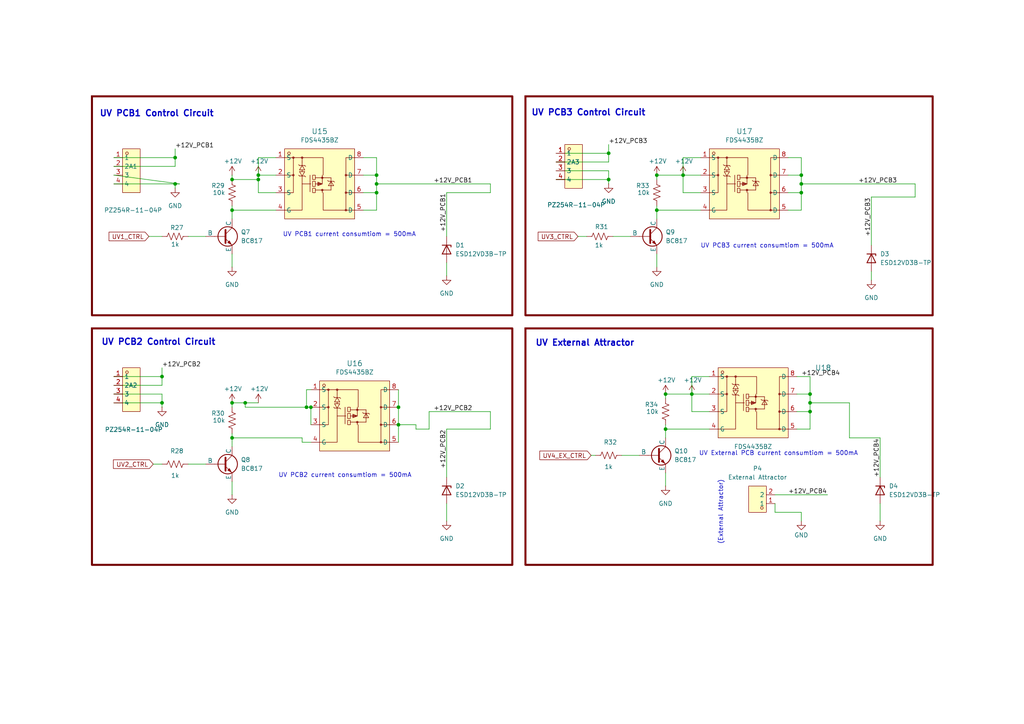
<source format=kicad_sch>
(kicad_sch (version 20250114) (generator "eeschema") (generator_version "9.0")
  (paper "A4")
  (lib_symbols
    (symbol "MB_Library:+12V" (power) (pin_numbers (hide yes)) (pin_names (offset 0) (hide yes))
      (property "Value" "+12V" (at 0 3.556 0))
      (symbol "+12V_0_1"
        (polyline (pts (xy -0.762 1.27) (xy 0 2.54)))
        (polyline (pts (xy 0 2.54) (xy 0.762 1.27)))
        (polyline (pts (xy 0 0) (xy 0 2.54)))
      )
      (symbol "+12V_1_1"
        (pin power_in line (at 0 0 90) (length 0) (name "~") (number "1"))
      )
    )
    (symbol "MB_Library:BC817_NPN_BJT" (pin_numbers (hide yes)) (pin_names (offset 0))
      (property "Reference" "Q" (at -2.54 7.62 0))
      (property "Value" "BC817_NPN_BJT" (at -2.54 5.08 0))
      (symbol "BC817_NPN_BJT_0_1"
        (polyline (pts (xy -2.54 0) (xy 0.635 0)) (stroke (width 0.1524)))
        (polyline (pts (xy 0.635 1.905) (xy 0.635 -1.905) (xy 0.635 -1.905)) (stroke (width 0.508)))
        (polyline (pts (xy 0.635 0.635) (xy 2.54 2.54)))
        (polyline (pts (xy 0.635 -0.635) (xy 2.54 -2.54) (xy 2.54 -2.54)))
        (circle (center 1.27 0) (radius 2.8194) (stroke (width 0.254)))
        (polyline (pts (xy 1.27 -1.778) (xy 1.778 -1.27) (xy 2.286 -2.286) (xy 1.27 -1.778) (xy 1.27 -1.778)) (fill (type outline)))
        (polyline (pts (xy 2.794 -1.27) (xy 2.794 -1.27)) (stroke (width 0.1524)))
        (polyline (pts (xy 2.794 -1.27) (xy 2.794 -1.27)) (stroke (width 0.1524)))
      )
      (symbol "BC817_NPN_BJT_1_1"
        (pin input line (at -5.08 0 0) (length 2.54) (name "B") (number "1"))
        (pin open_collector line (at 2.54 5.08 270) (length 2.54) (name "C") (number "3"))
        (pin open_emitter line (at 2.54 -5.08 90) (length 2.54) (name "E") (number "2"))
      )
    )
    (symbol "MB_Library:DB142R-5.08-2P"
      (property "Reference" "CN" (at 0 6.35 0))
      (property "Value" "DB142R-5.08-2P" (at 0 -6.35 0))
      (symbol "DB142R-5.08-2P_0_1"
        (rectangle (start -2.54 3.81) (end 2.54 -3.81) (fill (type background)))
        (circle (center -1.27 2.54) (radius 0.38))
        (pin unspecified line (at -5.08 1.27 0) (length 2.54) (name "1") (number "1"))
        (pin unspecified line (at -5.08 -1.27 0) (length 2.54) (name "2") (number "2"))
      )
    )
    (symbol "MB_Library:ESD5Zxx" (pin_numbers (hide yes)) (pin_names (hide yes))
      (property "Reference" "D" (at 0 2.54 0))
      (property "Value" "ESD5Zxx" (at 0 -2.54 0))
      (symbol "ESD5Zxx_0_1"
        (polyline (pts (xy -1.27 -1.27) (xy -1.27 1.27) (xy -0.762 1.27)) (stroke (width 0.254)))
        (polyline (pts (xy 1.27 0) (xy -1.27 0)))
        (polyline (pts (xy 1.27 -1.27) (xy 1.27 1.27) (xy -1.27 0) (xy 1.27 -1.27)) (stroke (width 0.254)))
      )
      (symbol "ESD5Zxx_1_1"
        (pin passive line (at -3.81 0 0) (length 2.54) (name "K") (number "1"))
        (pin passive line (at 3.81 0 180) (length 2.54) (name "A") (number "2"))
      )
    )
    (symbol "MB_Library:FDS4435BZ"
      (property "Reference" "Q" (at 0 12.7 0))
      (property "Value" "FDS4435BZ" (at 0 -12.7 0))
      (symbol "FDS4435BZ_0_1"
        (rectangle (start -10.16 10.16) (end 10.16 -10.16) (fill (type background)))
        (polyline (pts (xy -10.16 7.62) (xy -7.62 7.62) (xy -7.62 -2.54) (xy -10.16 -2.54)))
        (polyline (pts (xy -10.16 2.54) (xy -7.62 2.54)))
        (circle (center -8.89 8.89) (radius 0.38))
        (circle (center -7.62 7.62) (radius 0.25))
        (polyline (pts (xy -7.62 7.62) (xy 1.02 7.62) (xy 1.02 2.54)))
        (circle (center -7.62 2.54) (radius 0.25))
        (polyline (pts (xy -5.84 5.33) (xy -6.1 5.59)))
        (polyline (pts (xy -5.84 4.06) (xy -5.08 5.33)))
        (polyline (pts (xy -5.84 3.56) (xy -4.32 3.56)))
        (polyline (pts (xy -5.84 2.29) (xy -6.1 2.54)))
        (polyline (pts (xy -5.84 2.29) (xy -5.08 2.29)))
        (circle (center -5.08 7.62) (radius 0.25))
        (polyline (pts (xy -5.08 6.35) (xy -5.08 7.62)))
        (polyline (pts (xy -5.08 6.35) (xy -5.08 5.33)))
        (polyline (pts (xy -5.08 5.33) (xy -5.84 5.33)))
        (polyline (pts (xy -5.08 5.33) (xy -4.32 4.06)))
        (polyline (pts (xy -5.08 4.06) (xy -5.08 3.56)))
        (polyline (pts (xy -5.08 2.29) (xy -5.84 3.56)))
        (polyline (pts (xy -5.08 2.29) (xy -5.08 0)))
        (polyline (pts (xy -5.08 2.29) (xy -4.32 2.29)))
        (polyline (pts (xy -5.08 0) (xy -5.08 -7.62) (xy -10.16 -7.62)))
        (polyline (pts (xy -4.32 5.33) (xy -5.08 5.33)))
        (polyline (pts (xy -4.32 5.33) (xy -4.06 5.08)))
        (polyline (pts (xy -4.32 4.06) (xy -5.84 4.06)))
        (polyline (pts (xy -4.32 3.56) (xy -5.08 2.29)))
        (polyline (pts (xy -4.32 2.29) (xy -4.06 2.03)))
        (polyline (pts (xy -2.79 -2.29) (xy -2.79 2.54)))
        (polyline (pts (xy -2.54 0) (xy -5.08 0)))
        (rectangle (start -2.03 2.54) (end -1.27 1.27) (fill (type background)))
        (rectangle (start -2.03 0.76) (end -1.27 -0.76) (fill (type background)))
        (rectangle (start -2.03 -1.27) (end -1.27 -2.54) (fill (type background)))
        (polyline (pts (xy -1.27 1.78) (xy 0.76 1.78)))
        (polyline (pts (xy -0.51 0.51) (xy 0.76 0)))
        (polyline (pts (xy -0.51 0.25) (xy 0.51 0)))
        (polyline (pts (xy -0.51 0) (xy -1.27 0)))
        (polyline (pts (xy -0.51 0) (xy 0 0)))
        (polyline (pts (xy -0.51 -0.25) (xy -0.51 0)))
        (polyline (pts (xy -0.51 -0.51) (xy -0.51 0.51)))
        (polyline (pts (xy 0.51 0) (xy -0.51 -0.25)))
        (polyline (pts (xy 0.76 1.78) (xy 0.76 2.54)))
        (circle (center 0.76 1.78) (radius 0.25))
        (polyline (pts (xy 0.76 0) (xy -0.51 -0.51)))
        (polyline (pts (xy 0.76 0) (xy 0.76 1.78)))
        (polyline (pts (xy 0.76 -1.78) (xy -1.27 -1.78)))
        (polyline (pts (xy 0.76 -1.78) (xy 3.3 -1.78)))
        (circle (center 0.76 -1.78) (radius 0.25))
        (polyline (pts (xy 0.76 -2.54) (xy 0.76 -1.78)))
        (polyline (pts (xy 1.02 -2.54) (xy 1.02 -7.62) (xy 7.62 -7.62) (xy 7.62 7.62) (xy 10.16 7.62)))
        (polyline (pts (xy 2.54 0.76) (xy 2.29 1.02)))
        (polyline (pts (xy 2.54 -0.51) (xy 3.3 0.76)))
        (polyline (pts (xy 3.3 1.78) (xy 0.76 1.78)))
        (polyline (pts (xy 3.3 1.78) (xy 3.3 0.76)))
        (polyline (pts (xy 3.3 0.76) (xy 2.54 0.76)))
        (polyline (pts (xy 3.3 0.76) (xy 3.3 -1.78)))
        (polyline (pts (xy 3.3 0.76) (xy 4.06 -0.51)))
        (polyline (pts (xy 4.06 0.76) (xy 3.3 0.76)))
        (polyline (pts (xy 4.06 0.76) (xy 4.32 0.51)))
        (polyline (pts (xy 4.06 -0.51) (xy 2.54 -0.51)))
        (circle (center 7.62 2.54) (radius 0.25))
        (circle (center 7.62 -2.54) (radius 0.25))
        (circle (center 7.62 -7.62) (radius 0.25))
        (polyline (pts (xy 10.16 2.54) (xy 7.62 2.54)))
        (polyline (pts (xy 10.16 -2.54) (xy 7.62 -2.54)))
        (polyline (pts (xy 10.16 -7.62) (xy 7.62 -7.62)))
        (pin unspecified line (at -12.7 7.62 0) (length 2.54) (name "S") (number "1"))
        (pin unspecified line (at -12.7 2.54 0) (length 2.54) (name "S") (number "2"))
        (pin unspecified line (at -12.7 -2.54 0) (length 2.54) (name "S") (number "3"))
        (pin unspecified line (at -12.7 -7.62 0) (length 2.54) (name "G") (number "4"))
        (pin unspecified line (at 12.7 7.62 180) (length 2.54) (name "D") (number "8"))
        (pin unspecified line (at 12.7 2.54 180) (length 2.54) (name "D") (number "7"))
        (pin unspecified line (at 12.7 -2.54 180) (length 2.54) (name "D") (number "6"))
        (pin unspecified line (at 12.7 -7.62 180) (length 2.54) (name "D") (number "5"))
      )
    )
    (symbol "MB_Library:GND" (power) (pin_numbers (hide yes)) (pin_names (offset 0) (hide yes))
      (property "Value" "GND" (at 0 -3.81 0))
      (symbol "GND_0_1"
        (polyline (pts (xy 0 0) (xy 0 -1.27) (xy 1.27 -1.27) (xy 0 -2.54) (xy -1.27 -1.27) (xy 0 -1.27)))
      )
      (symbol "GND_1_1"
        (pin power_in line (at 0 0 270) (length 0) (name "~") (number "1"))
      )
    )
    (symbol "MB_Library:PZ254R-11-04P"
      (property "Reference" "H" (at 0 8.89 0))
      (property "Value" "PZ254R-11-04P" (at 0 -8.89 0))
      (symbol "PZ254R-11-04P_0_1"
        (rectangle (start -2.54 6.35) (end 2.54 -6.35) (fill (type background)))
        (circle (center -1.27 5.08) (radius 0.38))
        (pin unspecified line (at -5.08 3.81 0) (length 2.54) (name "1") (number "1"))
        (pin unspecified line (at -5.08 1.27 0) (length 2.54) (name "2") (number "2"))
        (pin unspecified line (at -5.08 -1.27 0) (length 2.54) (name "3") (number "3"))
        (pin unspecified line (at -5.08 -3.81 0) (length 2.54) (name "4") (number "4"))
      )
    )
    (symbol "MB_Library:R_US" (pin_numbers (hide yes)) (pin_names (offset 0))
      (property "Reference" "R" (at 2.54 0 90))
      (property "Value" "R_US" (at -2.54 0 90))
      (symbol "R_US_0_1"
        (polyline (pts (xy 0 2.286) (xy 0 2.54)))
        (polyline (pts (xy 0 2.286) (xy 1.016 1.905) (xy 0 1.524) (xy -1.016 1.143) (xy 0 0.762)))
        (polyline (pts (xy 0 0.762) (xy 1.016 0.381) (xy 0 0) (xy -1.016 -0.381) (xy 0 -0.762)))
        (polyline (pts (xy 0 -0.762) (xy 1.016 -1.143) (xy 0 -1.524) (xy -1.016 -1.905) (xy 0 -2.286)))
        (polyline (pts (xy 0 -2.286) (xy 0 -2.54)))
      )
      (symbol "R_US_1_1"
        (pin passive line (at 0 3.81 270) (length 1.27) (name "~") (number "1"))
        (pin passive line (at 0 -3.81 90) (length 1.27) (name "~") (number "2"))
      )
    )
  )
  (rectangle (start 26.67 27.94) (end 148.59 91.44) (stroke (width 0.5842) (color 110 0 0 1)))
  (rectangle (start 152.4 27.94) (end 270.51 91.44) (stroke (width 0.5842) (color 110 0 0 1)))
  (rectangle (start 152.4 95.25) (end 270.51 163.83) (stroke (width 0.5842) (color 110 0 0 1)))
  (rectangle (start 26.67 95.25) (end 148.59 163.83) (stroke (width 0.5842) (color 110 0 0 1)))
  (text "UV External Attractor" (at 169.672 99.568 0) (effects (font (size 1.778 1.778) (thickness 0.3556) (bold yes))))
  (text "(External Attractor)" (at 209.042 148.59 90) (effects (font (size 1.27 1.27))))
  (text "UV PCB1 Control Circuit" (at 45.466 33.02 0) (effects (font (size 1.778 1.778) (thickness 0.3556) (bold yes))))
  (text "UV PCB3 Control Circuit" (at 170.688 32.766 0) (effects (font (size 1.778 1.778) (thickness 0.3556) (bold yes))))
  (text "UV PCB1 current consumtiom = 500mA" (at 101.346 68.072 0) (effects (font (size 1.27 1.27))))
  (text "UV PCB2 current consumtiom = 500mA" (at 100.076 137.922 0) (effects (font (size 1.27 1.27))))
  (text "UV PCB3 current consumtiom = 500mA" (at 222.504 71.374 0) (effects (font (size 1.27 1.27))))
  (text "UV PCB2 Control Circuit" (at 45.974 99.314 0) (effects (font (size 1.778 1.778) (thickness 0.3556) (bold yes))))
  (text "UV External PCB current consumtiom = 500mA" (at 225.806 131.572 0) (effects (font (size 1.27 1.27))))
  (junction (at 232.41 50.8))
  (junction (at 234.95 114.3))
  (junction (at 90.17 118.11))
  (junction (at 109.22 55.88))
  (junction (at 46.99 109.22))
  (junction (at 115.57 118.11))
  (junction (at 67.31 116.84))
  (junction (at 198.12 50.8))
  (junction (at 176.53 52.07))
  (junction (at 190.5 60.96))
  (junction (at 232.41 53.34))
  (junction (at 190.5 50.8))
  (junction (at 109.22 50.8))
  (junction (at 67.31 52.07))
  (junction (at 74.93 50.8))
  (junction (at 176.53 44.45))
  (junction (at 200.66 114.3))
  (junction (at 193.04 124.46))
  (junction (at 109.22 53.34))
  (junction (at 234.95 119.38))
  (junction (at 67.31 60.96))
  (junction (at 71.12 116.84))
  (junction (at 234.95 116.84))
  (junction (at 232.41 55.88))
  (junction (at 74.93 52.07))
  (junction (at 50.8 53.34))
  (junction (at 67.31 127))
  (junction (at 193.04 114.3))
  (junction (at 88.9 118.11))
  (junction (at 46.99 116.84))
  (junction (at 50.8 45.72))
  (junction (at 115.57 123.19))
  (wire (pts (xy 190.5 60.96) (xy 190.5 59.69)))
  (wire (pts (xy 200.66 109.22) (xy 200.66 114.3)))
  (wire (pts (xy 67.31 60.96) (xy 67.31 63.5)))
  (wire (pts (xy 252.73 57.15) (xy 265.43 57.15)))
  (wire (pts (xy 90.17 128.27) (xy 87.63 128.27)))
  (wire (pts (xy 46.99 116.84) (xy 46.99 114.3)))
  (wire (pts (xy 228.6 50.8) (xy 232.41 50.8)))
  (wire (pts (xy 193.04 137.16) (xy 193.04 140.97)))
  (wire (pts (xy 88.9 113.03) (xy 90.17 113.03)))
  (wire (pts (xy 115.57 123.19) (xy 120.65 123.19)))
  (wire (pts (xy 67.31 60.96) (xy 67.31 59.69)))
  (wire (pts (xy 203.2 45.72) (xy 198.12 45.72)))
  (wire (pts (xy 205.74 124.46) (xy 193.04 124.46)))
  (wire (pts (xy 190.5 50.8) (xy 190.5 52.07)))
  (wire (pts (xy 43.18 68.58) (xy 46.99 68.58)))
  (wire (pts (xy 46.99 106.68) (xy 46.99 109.22)))
  (wire (pts (xy 67.31 116.84) (xy 67.31 118.11)))
  (wire (pts (xy 46.99 118.11) (xy 46.99 116.84)))
  (wire (pts (xy 88.9 118.11) (xy 90.17 118.11)))
  (wire (pts (xy 232.41 148.59) (xy 224.79 148.59)))
  (wire (pts (xy 109.22 55.88) (xy 109.22 60.96)))
  (wire (pts (xy 224.79 143.51) (xy 240.03 143.51)))
  (wire (pts (xy 109.22 55.88) (xy 109.22 53.34)))
  (wire (pts (xy 232.41 45.72) (xy 232.41 50.8)))
  (wire (pts (xy 228.6 60.96) (xy 232.41 60.96)))
  (wire (pts (xy 231.14 109.22) (xy 234.95 109.22)))
  (wire (pts (xy 74.93 116.84) (xy 71.12 116.84)))
  (wire (pts (xy 193.04 124.46) (xy 193.04 127)))
  (wire (pts (xy 232.41 55.88) (xy 232.41 60.96)))
  (wire (pts (xy 205.74 109.22) (xy 200.66 109.22)))
  (wire (pts (xy 198.12 45.72) (xy 198.12 50.8)))
  (wire (pts (xy 265.43 57.15) (xy 265.43 53.34)))
  (wire (pts (xy 228.6 55.88) (xy 232.41 55.88)))
  (wire (pts (xy 87.63 128.27) (xy 87.63 127)))
  (wire (pts (xy 203.2 60.96) (xy 190.5 60.96)))
  (wire (pts (xy 88.9 113.03) (xy 88.9 118.11)))
  (wire (pts (xy 33.02 109.22) (xy 46.99 109.22)))
  (wire (pts (xy 33.02 116.84) (xy 46.99 116.84)))
  (wire (pts (xy 176.53 52.07) (xy 176.53 49.53)))
  (wire (pts (xy 234.95 114.3) (xy 234.95 116.84)))
  (wire (pts (xy 176.53 41.91) (xy 176.53 44.45)))
  (wire (pts (xy 232.41 50.8) (xy 232.41 53.34)))
  (wire (pts (xy 180.34 132.08) (xy 185.42 132.08)))
  (wire (pts (xy 255.27 127) (xy 255.27 138.43)))
  (wire (pts (xy 129.54 68.58) (xy 129.54 55.88)))
  (wire (pts (xy 50.8 54.61) (xy 50.8 53.34)))
  (wire (pts (xy 232.41 151.13) (xy 232.41 148.59)))
  (wire (pts (xy 115.57 118.11) (xy 115.57 123.19)))
  (wire (pts (xy 252.73 57.15) (xy 252.73 71.12)))
  (wire (pts (xy 115.57 113.03) (xy 115.57 118.11)))
  (wire (pts (xy 46.99 111.76) (xy 46.99 109.22)))
  (wire (pts (xy 33.02 53.34) (xy 50.8 53.34)))
  (wire (pts (xy 67.31 139.7) (xy 67.31 143.51)))
  (wire (pts (xy 115.57 123.19) (xy 115.57 128.27)))
  (wire (pts (xy 203.2 50.8) (xy 198.12 50.8)))
  (wire (pts (xy 105.41 55.88) (xy 109.22 55.88)))
  (wire (pts (xy 80.01 60.96) (xy 67.31 60.96)))
  (wire (pts (xy 193.04 114.3) (xy 200.66 114.3)))
  (wire (pts (xy 161.29 44.45) (xy 176.53 44.45)))
  (wire (pts (xy 80.01 45.72) (xy 74.93 45.72)))
  (wire (pts (xy 129.54 55.88) (xy 142.24 55.88)))
  (wire (pts (xy 234.95 119.38) (xy 234.95 124.46)))
  (wire (pts (xy 33.02 45.72) (xy 50.8 45.72)))
  (wire (pts (xy 109.22 45.72) (xy 109.22 50.8)))
  (wire (pts (xy 142.24 124.46) (xy 129.54 124.46)))
  (wire (pts (xy 44.45 134.62) (xy 46.99 134.62)))
  (wire (pts (xy 203.2 55.88) (xy 198.12 55.88)))
  (wire (pts (xy 200.66 114.3) (xy 200.66 119.38)))
  (wire (pts (xy 224.79 146.05) (xy 224.79 148.59)))
  (wire (pts (xy 232.41 53.34) (xy 265.43 53.34)))
  (wire (pts (xy 177.8 68.58) (xy 182.88 68.58)))
  (wire (pts (xy 67.31 52.07) (xy 74.93 52.07)))
  (wire (pts (xy 50.8 43.18) (xy 50.8 45.72)))
  (wire (pts (xy 142.24 119.38) (xy 142.24 124.46)))
  (wire (pts (xy 231.14 114.3) (xy 234.95 114.3)))
  (wire (pts (xy 252.73 78.74) (xy 252.73 81.28)))
  (wire (pts (xy 52.07 53.34) (xy 33.02 50.8)))
  (wire (pts (xy 105.41 50.8) (xy 109.22 50.8)))
  (wire (pts (xy 190.5 73.66) (xy 190.5 77.47)))
  (wire (pts (xy 124.46 119.38) (xy 142.24 119.38)))
  (wire (pts (xy 120.65 124.46) (xy 124.46 124.46)))
  (wire (pts (xy 124.46 119.38) (xy 124.46 124.46)))
  (wire (pts (xy 176.53 53.34) (xy 176.53 52.07)))
  (wire (pts (xy 246.38 127) (xy 255.27 127)))
  (wire (pts (xy 54.61 68.58) (xy 59.69 68.58)))
  (wire (pts (xy 234.95 109.22) (xy 234.95 114.3)))
  (wire (pts (xy 46.99 114.3) (xy 33.02 114.3)))
  (wire (pts (xy 190.5 50.8) (xy 198.12 50.8)))
  (wire (pts (xy 67.31 50.8) (xy 67.31 52.07)))
  (wire (pts (xy 161.29 52.07) (xy 176.53 52.07)))
  (wire (pts (xy 67.31 127) (xy 67.31 129.54)))
  (wire (pts (xy 74.93 45.72) (xy 74.93 50.8)))
  (wire (pts (xy 52.07 53.34) (xy 50.8 53.34)))
  (wire (pts (xy 74.93 50.8) (xy 74.93 52.07)))
  (wire (pts (xy 234.95 119.38) (xy 234.95 116.84)))
  (wire (pts (xy 142.24 55.88) (xy 142.24 53.34)))
  (wire (pts (xy 231.14 119.38) (xy 234.95 119.38)))
  (wire (pts (xy 67.31 127) (xy 67.31 125.73)))
  (wire (pts (xy 129.54 76.2) (xy 129.54 80.01)))
  (wire (pts (xy 228.6 45.72) (xy 232.41 45.72)))
  (wire (pts (xy 205.74 119.38) (xy 200.66 119.38)))
  (wire (pts (xy 80.01 50.8) (xy 74.93 50.8)))
  (wire (pts (xy 129.54 124.46) (xy 129.54 138.43)))
  (wire (pts (xy 198.12 50.8) (xy 198.12 55.88)))
  (wire (pts (xy 255.27 146.05) (xy 255.27 151.13)))
  (wire (pts (xy 50.8 48.26) (xy 50.8 45.72)))
  (wire (pts (xy 176.53 46.99) (xy 176.53 44.45)))
  (wire (pts (xy 231.14 124.46) (xy 234.95 124.46)))
  (wire (pts (xy 80.01 55.88) (xy 74.93 55.88)))
  (wire (pts (xy 193.04 114.3) (xy 193.04 115.57)))
  (wire (pts (xy 193.04 124.46) (xy 193.04 123.19)))
  (wire (pts (xy 54.61 134.62) (xy 59.69 134.62)))
  (wire (pts (xy 90.17 123.19) (xy 90.17 118.11)))
  (wire (pts (xy 205.74 114.3) (xy 200.66 114.3)))
  (wire (pts (xy 176.53 49.53) (xy 161.29 49.53)))
  (wire (pts (xy 167.64 68.58) (xy 170.18 68.58)))
  (wire (pts (xy 71.12 118.11) (xy 71.12 116.84)))
  (wire (pts (xy 67.31 73.66) (xy 67.31 77.47)))
  (wire (pts (xy 71.12 116.84) (xy 67.31 116.84)))
  (wire (pts (xy 190.5 60.96) (xy 190.5 63.5)))
  (wire (pts (xy 33.02 111.76) (xy 46.99 111.76)))
  (wire (pts (xy 33.02 48.26) (xy 50.8 48.26)))
  (wire (pts (xy 105.41 45.72) (xy 109.22 45.72)))
  (wire (pts (xy 232.41 55.88) (xy 232.41 53.34)))
  (wire (pts (xy 74.93 52.07) (xy 74.93 55.88)))
  (wire (pts (xy 71.12 118.11) (xy 88.9 118.11)))
  (wire (pts (xy 109.22 50.8) (xy 109.22 53.34)))
  (wire (pts (xy 129.54 146.05) (xy 129.54 151.13)))
  (wire (pts (xy 67.31 127) (xy 87.63 127)))
  (wire (pts (xy 105.41 60.96) (xy 109.22 60.96)))
  (wire (pts (xy 171.45 132.08) (xy 172.72 132.08)))
  (wire (pts (xy 246.38 116.84) (xy 246.38 127)))
  (wire (pts (xy 109.22 53.34) (xy 142.24 53.34)))
  (wire (pts (xy 161.29 46.99) (xy 176.53 46.99)))
  (wire (pts (xy 234.95 116.84) (xy 246.38 116.84)))
  (wire (pts (xy 120.65 123.19) (xy 120.65 124.46)))
  (label "+12V_PCB2" (at 129.54 135.89 90))
  (label "+12V_PCB4" (at 228.6 143.51 0))
  (label "+12V_PCB4" (at 232.41 109.22 0))
  (label "+12V_PCB1" (at 50.8 43.18 0))
  (label "+12V_PCB3" (at 248.92 53.34 0))
  (label "+12V_PCB3" (at 176.53 41.91 0))
  (label "+12V_PCB4" (at 255.27 138.43 90))
  (label "+12V_PCB1" (at 129.54 67.31 90))
  (label "+12V_PCB2" (at 46.99 106.68 0))
  (label "+12V_PCB2" (at 125.73 119.38 0))
  (label "+12V_PCB3" (at 252.73 68.58 90))
  (label "+12V_PCB1" (at 125.73 53.34 0))
  (global_label "UV1_CTRL" (shape input) (at 43.18 68.58 180) (property "Intersheetrefs" "${INTERSHEET_REFS}" (effects (hide yes))))
  (global_label "UV4_EX_CTRL" (shape input) (at 171.45 132.08 180) (property "Intersheetrefs" "${INTERSHEET_REFS}" (effects (hide yes))))
  (global_label "UV2_CTRL" (shape input) (at 44.45 134.62 180) (property "Intersheetrefs" "${INTERSHEET_REFS}" (effects (hide yes))))
  (global_label "UV3_CTRL" (shape input) (at 167.64 68.58 180) (property "Intersheetrefs" "${INTERSHEET_REFS}" (effects (hide yes))))
  (symbol (lib_id "MB_Library:FDS4435BZ") (at 215.9 53.34 0) (unit 1)
    (property "Reference" "U17" (at 215.9 38.1 0) (effects (font (size 1.524 1.524))))
    (property "Value" "FDS4435BZ" (at 215.9 40.64 0))
    (property "Footprint" "easyeda2kicad:SOIC-8_L5.0-W4.0-P1.27-LS6.0-BL" (effects (hide yes)))
    (property "Datasheet" "https://lcsc.com/product-detail/MOSFET_FAIRCHILD_FDS4435BZ_FDS4435BZ_C23931.html" (effects (hide yes)))
    (property "LCSC Part" "C23931" (effects (hide yes)))
  )
  (symbol (lib_id "MB_Library:GND") (at 129.54 80.01 0) (unit 1)
    (property "Reference" "#PWR048" (effects (hide yes)))
    (property "Value" "GND" (at 129.54 85.09 0))
    (property "Description" "Power symbol creates a global label with name \"GND\" , ground" (effects (hide yes)))
  )
  (symbol (lib_id "MB_Library:BC817_NPN_BJT") (at 64.77 68.58 0) (unit 1)
    (property "Reference" "Q7" (at 69.85 67.3099 0) (effects (justify left)))
    (property "Value" "BC817" (at 69.85 69.8499 0) (effects (justify left)))
    (property "Footprint" "Package_TO_SOT_SMD:SOT-23" (effects (hide yes)))
    (property "Datasheet" "https://ngspice.sourceforge.io/docs/ngspice-html-manual/manual.xhtml#cha_BJTs" (effects (hide yes)))
    (property "Description" "Bipolar transistor symbol for simulation only, substrate tied to the emitter" (effects (hide yes)))
    (property "Sim.Device" "NPN" (effects (hide yes)))
    (property "Sim.Type" "GUMMELPOON" (effects (hide yes)))
    (property "Sim.Pins" "1=C 2=B 3=E" (effects (hide yes)))
    (property "LCSC Part no " "C39828" (effects (hide yes)))
  )
  (symbol (lib_id "MB_Library:R_US") (at 190.5 55.88 180) (unit 1)
    (property "Reference" "R33" (at 186.436 53.848 0))
    (property "Value" "10k" (at 186.69 55.88 0))
    (property "Footprint" "Resistor_SMD:R_0805_2012Metric" (effects (hide yes)))
    (property "Description" "125mW Thick Film Resistors 150V ±100ppm/℃ ±1% 10kΩ 0805 Chip Resistor - Surface Mount ROHS" (effects (hide yes)))
    (property "LCSC Part no " "C84376" (effects (hide yes)))
  )
  (symbol (lib_id "MB_Library:+12V") (at 200.66 114.3 0) (unit 1)
    (property "Reference" "#PWR056" (effects (hide yes)))
    (property "Value" "+12V" (at 200.914 110.236 0))
    (property "Description" "Power symbol creates a global label with name \"+12V\"" (effects (hide yes)))
  )
  (symbol (lib_id "MB_Library:DB142R-5.08-2P") (at 219.71 144.78 180) (unit 1)
    (property "Reference" "P4" (at 219.71 135.89 0))
    (property "Value" "External Attractor" (at 219.71 138.43 0))
    (property "Footprint" "easyeda2kicad:CONN-TH_2P-P5.08_DIBO_DB142R-5.08-2P" (effects (hide yes)))
    (property "Datasheet" "https://lcsc.com/product-detail/Wire-To-Board-Wire-To-Wire-Connector_DIBO-DB301V-3-5-2P-GN_C695629.html" (effects (hide yes)))
    (property "LCSC Part" "C2898709" (effects (hide yes)))
  )
  (symbol (lib_id "MB_Library:+12V") (at 67.31 116.84 0) (unit 1)
    (property "Reference" "#PWR044" (effects (hide yes)))
    (property "Value" "+12V" (at 67.564 112.776 0))
    (property "Description" "Power symbol creates a global label with name \"+12V\"" (effects (hide yes)))
  )
  (symbol (lib_id "MB_Library:GND") (at 190.5 77.47 0) (unit 1)
    (property "Reference" "#PWR052" (effects (hide yes)))
    (property "Value" "GND" (at 190.5 82.55 0))
    (property "Description" "Power symbol creates a global label with name \"GND\" , ground" (effects (hide yes)))
  )
  (symbol (lib_id "MB_Library:GND") (at 252.73 81.28 0) (unit 1)
    (property "Reference" "#PWR058" (effects (hide yes)))
    (property "Value" "GND" (at 252.73 86.36 0))
    (property "Description" "Power symbol creates a global label with name \"GND\" , ground" (effects (hide yes)))
  )
  (symbol (lib_id "MB_Library:BC817_NPN_BJT") (at 64.77 134.62 0) (unit 1)
    (property "Reference" "Q8" (at 69.85 133.3499 0) (effects (justify left)))
    (property "Value" "BC817" (at 69.85 135.8899 0) (effects (justify left)))
    (property "Footprint" "Package_TO_SOT_SMD:SOT-23" (effects (hide yes)))
    (property "Datasheet" "https://ngspice.sourceforge.io/docs/ngspice-html-manual/manual.xhtml#cha_BJTs" (effects (hide yes)))
    (property "Description" "Bipolar transistor symbol for simulation only, substrate tied to the emitter" (effects (hide yes)))
    (property "Sim.Device" "NPN" (effects (hide yes)))
    (property "Sim.Type" "GUMMELPOON" (effects (hide yes)))
    (property "Sim.Pins" "1=C 2=B 3=E" (effects (hide yes)))
    (property "LCSC Part no " "C39828" (effects (hide yes)))
  )
  (symbol (lib_id "MB_Library:GND") (at 67.31 77.47 0) (unit 1)
    (property "Reference" "#PWR043" (effects (hide yes)))
    (property "Value" "GND" (at 67.31 82.55 0))
    (property "Description" "Power symbol creates a global label with name \"GND\" , ground" (effects (hide yes)))
  )
  (symbol (lib_id "MB_Library:ESD5Zxx") (at 129.54 142.24 270) (unit 1)
    (property "Reference" "D2" (at 132.08 140.9699 90) (effects (justify left)))
    (property "Value" "ESD12VD3B-TP" (at 132.08 143.5099 90) (effects (justify left)))
    (property "Footprint" "Diode_SMD:D_SOD-323" (effects (hide yes)))
    (property "Datasheet" "https://www.lcsc.com/datasheet/lcsc_datasheet_2410121813_MCC-Micro-Commercial-Components-ESD12VD3B-TP_C435886.pdf" (effects (hide yes)))
    (property "Description" "15.5V 350W 13.5V 12V SOD-323 ESD and Surge Protection (TVS/ESD) ROHS" (effects (hide yes)))
    (property "LCSC Part no " "C435886" (effects (hide yes)))
  )
  (symbol (lib_id "MB_Library:+12V") (at 198.12 50.8 0) (unit 1)
    (property "Reference" "#PWR055" (effects (hide yes)))
    (property "Value" "+12V" (at 198.374 46.736 0))
    (property "Description" "Power symbol creates a global label with name \"+12V\"" (effects (hide yes)))
  )
  (symbol (lib_id "MB_Library:+12V") (at 74.93 50.8 0) (unit 1)
    (property "Reference" "#PWR046" (effects (hide yes)))
    (property "Value" "+12V" (at 75.184 46.736 0))
    (property "Description" "Power symbol creates a global label with name \"+12V\"" (effects (hide yes)))
  )
  (symbol (lib_id "MB_Library:R_US") (at 50.8 134.62 270) (unit 1)
    (property "Reference" "R28" (at 51.308 130.81 90))
    (property "Value" "1k" (at 50.8 137.922 90))
    (property "Footprint" "Resistor_SMD:R_0805_2012Metric" (effects (hide yes)))
    (property "Description" "125mW Thick Film Resistors 150V ±100ppm/℃ ±1% 1kΩ 0805 Chip Resistor - Surface Mount ROHS" (effects (hide yes)))
    (property "LCSC Part no " "C95781" (effects (hide yes)))
  )
  (symbol (lib_id "MB_Library:R_US") (at 50.8 68.58 270) (unit 1)
    (property "Reference" "R27" (at 51.308 66.04 90))
    (property "Value" "1k" (at 50.8 70.866 90))
    (property "Footprint" "Resistor_SMD:R_0805_2012Metric" (effects (hide yes)))
    (property "Description" "125mW Thick Film Resistors 150V ±100ppm/℃ ±1% 1kΩ 0805 Chip Resistor - Surface Mount ROHS" (effects (hide yes)))
    (property "LCSC Part no " "C95781" (effects (hide yes)))
  )
  (symbol (lib_id "MB_Library:+12V") (at 190.5 50.8 0) (unit 1)
    (property "Reference" "#PWR051" (effects (hide yes)))
    (property "Value" "+12V" (at 190.754 46.736 0))
    (property "Description" "Power symbol creates a global label with name \"+12V\"" (effects (hide yes)))
  )
  (symbol (lib_id "MB_Library:PZ254R-11-04P") (at 38.1 49.53 0) (unit 1)
    (property "Reference" "A1" (at 38.608 48.26 0))
    (property "Value" "PZ254R-11-04P" (at 38.608 60.96 0))
    (property "Footprint" "easyeda2kicad:HDR-TH_4P-P2.54-H-M-W10.4" (effects (hide yes)))
    (property "Datasheet" "https://lcsc.com/product-detail/Pin-Header-Female-Header_XFCN-PZ254R-11-04P_C492412.html" (effects (hide yes)))
    (property "LCSC Part" "C492412" (effects (hide yes)))
  )
  (symbol (lib_id "MB_Library:FDS4435BZ") (at 218.44 116.84 0) (unit 1)
    (property "Reference" "U18" (at 238.76 106.68 0) (effects (font (size 1.524 1.524))))
    (property "Value" "FDS4435BZ" (at 218.44 129.54 0))
    (property "Footprint" "easyeda2kicad:SOIC-8_L5.0-W4.0-P1.27-LS6.0-BL" (effects (hide yes)))
    (property "Datasheet" "https://lcsc.com/product-detail/MOSFET_FAIRCHILD_FDS4435BZ_FDS4435BZ_C23931.html" (effects (hide yes)))
    (property "LCSC Part" "C23931" (effects (hide yes)))
  )
  (symbol (lib_id "MB_Library:GND") (at 129.54 151.13 0) (unit 1)
    (property "Reference" "#PWR049" (effects (hide yes)))
    (property "Value" "GND" (at 129.54 156.21 0))
    (property "Description" "Power symbol creates a global label with name \"GND\" , ground" (effects (hide yes)))
  )
  (symbol (lib_id "MB_Library:GND") (at 46.99 118.11 0) (unit 1)
    (property "Reference" "#PWR040" (effects (hide yes)))
    (property "Value" "GND" (at 46.99 123.19 0))
    (property "Description" "Power symbol creates a global label with name \"GND\" , ground" (effects (hide yes)))
  )
  (symbol (lib_id "MB_Library:R_US") (at 176.53 132.08 270) (unit 1)
    (property "Reference" "R32" (at 177.038 128.27 90))
    (property "Value" "1k" (at 176.53 135.382 90))
    (property "Footprint" "Resistor_SMD:R_0805_2012Metric" (effects (hide yes)))
    (property "Description" "125mW Thick Film Resistors 150V ±100ppm/℃ ±1% 1kΩ 0805 Chip Resistor - Surface Mount ROHS" (effects (hide yes)))
    (property "LCSC Part no " "C95781" (effects (hide yes)))
  )
  (symbol (lib_id "MB_Library:GND") (at 50.8 54.61 0) (unit 1)
    (property "Reference" "#PWR041" (effects (hide yes)))
    (property "Value" "GND" (at 50.8 59.69 0))
    (property "Description" "Power symbol creates a global label with name \"GND\" , ground" (effects (hide yes)))
  )
  (symbol (lib_id "MB_Library:BC817_NPN_BJT") (at 187.96 68.58 0) (unit 1)
    (property "Reference" "Q9" (at 193.04 67.3099 0) (effects (justify left)))
    (property "Value" "BC817" (at 193.04 69.8499 0) (effects (justify left)))
    (property "Footprint" "Package_TO_SOT_SMD:SOT-23" (effects (hide yes)))
    (property "Datasheet" "https://ngspice.sourceforge.io/docs/ngspice-html-manual/manual.xhtml#cha_BJTs" (effects (hide yes)))
    (property "Description" "Bipolar transistor symbol for simulation only, substrate tied to the emitter" (effects (hide yes)))
    (property "Sim.Device" "NPN" (effects (hide yes)))
    (property "Sim.Type" "GUMMELPOON" (effects (hide yes)))
    (property "Sim.Pins" "1=C 2=B 3=E" (effects (hide yes)))
    (property "LCSC Part no " "C39828" (effects (hide yes)))
  )
  (symbol (lib_id "MB_Library:R_US") (at 67.31 121.92 180) (unit 1)
    (property "Reference" "R30" (at 63.246 119.888 0))
    (property "Value" "10k" (at 63.5 121.92 0))
    (property "Footprint" "Resistor_SMD:R_0805_2012Metric" (effects (hide yes)))
    (property "Description" "125mW Thick Film Resistors 150V ±100ppm/℃ ±1% 10kΩ 0805 Chip Resistor - Surface Mount ROHS" (effects (hide yes)))
    (property "LCSC Part no " "C84376" (effects (hide yes)))
  )
  (symbol (lib_id "MB_Library:ESD5Zxx") (at 252.73 74.93 270) (unit 1)
    (property "Reference" "D3" (at 255.27 73.6599 90) (effects (justify left)))
    (property "Value" "ESD12VD3B-TP" (at 255.27 76.1999 90) (effects (justify left)))
    (property "Footprint" "Diode_SMD:D_SOD-323" (effects (hide yes)))
    (property "Datasheet" "https://www.lcsc.com/datasheet/lcsc_datasheet_2410121813_MCC-Micro-Commercial-Components-ESD12VD3B-TP_C435886.pdf" (effects (hide yes)))
    (property "Description" "15.5V 350W 13.5V 12V SOD-323 ESD and Surge Protection (TVS/ESD) ROHS" (effects (hide yes)))
    (property "LCSC Part no " "C435886" (effects (hide yes)))
  )
  (symbol (lib_id "MB_Library:GND") (at 176.53 53.34 0) (unit 1)
    (property "Reference" "#PWR050" (effects (hide yes)))
    (property "Value" "GND" (at 176.53 58.42 0))
    (property "Description" "Power symbol creates a global label with name \"GND\" , ground" (effects (hide yes)))
  )
  (symbol (lib_id "MB_Library:ESD5Zxx") (at 129.54 72.39 270) (unit 1)
    (property "Reference" "D1" (at 132.08 71.1199 90) (effects (justify left)))
    (property "Value" "ESD12VD3B-TP" (at 132.08 73.6599 90) (effects (justify left)))
    (property "Footprint" "Diode_SMD:D_SOD-323" (effects (hide yes)))
    (property "Datasheet" "https://www.lcsc.com/datasheet/lcsc_datasheet_2410121813_MCC-Micro-Commercial-Components-ESD12VD3B-TP_C435886.pdf" (effects (hide yes)))
    (property "Description" "15.5V 350W 13.5V 12V SOD-323 ESD and Surge Protection (TVS/ESD) ROHS" (effects (hide yes)))
    (property "LCSC Part no " "C435886" (effects (hide yes)))
  )
  (symbol (lib_id "MB_Library:GND") (at 193.04 140.97 0) (unit 1)
    (property "Reference" "#PWR054" (effects (hide yes)))
    (property "Value" "GND" (at 193.04 146.05 0))
    (property "Description" "Power symbol creates a global label with name \"GND\" , ground" (effects (hide yes)))
  )
  (symbol (lib_id "MB_Library:+12V") (at 74.93 116.84 0) (unit 1)
    (property "Reference" "#PWR047" (effects (hide yes)))
    (property "Value" "+12V" (at 75.184 112.776 0))
    (property "Description" "Power symbol creates a global label with name \"+12V\"" (effects (hide yes)))
  )
  (symbol (lib_id "MB_Library:R_US") (at 193.04 119.38 180) (unit 1)
    (property "Reference" "R34" (at 188.976 117.348 0))
    (property "Value" "10k" (at 189.23 119.38 0))
    (property "Footprint" "Resistor_SMD:R_0805_2012Metric" (effects (hide yes)))
    (property "Description" "125mW Thick Film Resistors 150V ±100ppm/℃ ±1% 10kΩ 0805 Chip Resistor - Surface Mount ROHS" (effects (hide yes)))
    (property "LCSC Part no " "C84376" (effects (hide yes)))
  )
  (symbol (lib_id "MB_Library:+12V") (at 193.04 114.3 0) (unit 1)
    (property "Reference" "#PWR053" (effects (hide yes)))
    (property "Value" "+12V" (at 193.294 110.236 0))
    (property "Description" "Power symbol creates a global label with name \"+12V\"" (effects (hide yes)))
  )
  (symbol (lib_id "MB_Library:PZ254R-11-04P") (at 38.1 113.03 0) (unit 1)
    (property "Reference" "A2" (at 38.608 111.76 0))
    (property "Value" "PZ254R-11-04P" (at 38.8165 124.5959 0))
    (property "Footprint" "easyeda2kicad:HDR-TH_4P-P2.54-H-M-W10.4" (effects (hide yes)))
    (property "Datasheet" "https://lcsc.com/product-detail/Pin-Header-Female-Header_XFCN-PZ254R-11-04P_C492412.html" (effects (hide yes)))
    (property "LCSC Part" "C492412" (effects (hide yes)))
  )
  (symbol (lib_id "MB_Library:FDS4435BZ") (at 92.71 53.34 0) (unit 1)
    (property "Reference" "U15" (at 92.71 38.1 0) (effects (font (size 1.524 1.524))))
    (property "Value" "FDS4435BZ" (at 92.71 40.64 0))
    (property "Footprint" "easyeda2kicad:SOIC-8_L5.0-W4.0-P1.27-LS6.0-BL" (effects (hide yes)))
    (property "Datasheet" "https://lcsc.com/product-detail/MOSFET_FAIRCHILD_FDS4435BZ_FDS4435BZ_C23931.html" (effects (hide yes)))
    (property "LCSC Part" "C23931" (effects (hide yes)))
  )
  (symbol (lib_id "MB_Library:BC817_NPN_BJT") (at 190.5 132.08 0) (unit 1)
    (property "Reference" "Q10" (at 195.58 130.8099 0) (effects (justify left)))
    (property "Value" "BC817" (at 195.58 133.3499 0) (effects (justify left)))
    (property "Footprint" "Package_TO_SOT_SMD:SOT-23" (effects (hide yes)))
    (property "Datasheet" "https://ngspice.sourceforge.io/docs/ngspice-html-manual/manual.xhtml#cha_BJTs" (effects (hide yes)))
    (property "Description" "Bipolar transistor symbol for simulation only, substrate tied to the emitter" (effects (hide yes)))
    (property "Sim.Device" "NPN" (effects (hide yes)))
    (property "Sim.Type" "GUMMELPOON" (effects (hide yes)))
    (property "Sim.Pins" "1=C 2=B 3=E" (effects (hide yes)))
    (property "LCSC Part no " "C39828" (effects (hide yes)))
  )
  (symbol (lib_id "MB_Library:PZ254R-11-04P") (at 166.37 48.26 0) (unit 1)
    (property "Reference" "A3" (at 166.878 46.99 0))
    (property "Value" "PZ254R-11-04P" (at 167.132 59.436 0))
    (property "Footprint" "easyeda2kicad:HDR-TH_4P-P2.54-H-M-W10.4" (effects (hide yes)))
    (property "Datasheet" "https://lcsc.com/product-detail/Pin-Header-Female-Header_XFCN-PZ254R-11-04P_C492412.html" (effects (hide yes)))
    (property "LCSC Part" "C492412" (effects (hide yes)))
  )
  (symbol (lib_id "MB_Library:ESD5Zxx") (at 255.27 142.24 270) (unit 1)
    (property "Reference" "D4" (at 257.81 140.9699 90) (effects (justify left)))
    (property "Value" "ESD12VD3B-TP" (at 257.81 143.5099 90) (effects (justify left)))
    (property "Footprint" "Diode_SMD:D_SOD-323" (effects (hide yes)))
    (property "Datasheet" "https://www.lcsc.com/datasheet/lcsc_datasheet_2410121813_MCC-Micro-Commercial-Components-ESD12VD3B-TP_C435886.pdf" (effects (hide yes)))
    (property "Description" "15.5V 350W 13.5V 12V SOD-323 ESD and Surge Protection (TVS/ESD) ROHS" (effects (hide yes)))
    (property "LCSC Part no " "C435886" (effects (hide yes)))
  )
  (symbol (lib_id "MB_Library:R_US") (at 173.99 68.58 270) (unit 1)
    (property "Reference" "R31" (at 174.498 65.786 90))
    (property "Value" "1k" (at 173.736 71.12 90))
    (property "Footprint" "Resistor_SMD:R_0805_2012Metric" (effects (hide yes)))
    (property "Description" "125mW Thick Film Resistors 150V ±100ppm/℃ ±1% 1kΩ 0805 Chip Resistor - Surface Mount ROHS" (effects (hide yes)))
    (property "LCSC Part no " "C95781" (effects (hide yes)))
  )
  (symbol (lib_id "MB_Library:GND") (at 67.31 143.51 0) (unit 1)
    (property "Reference" "#PWR045" (effects (hide yes)))
    (property "Value" "GND" (at 67.31 148.59 0))
    (property "Description" "Power symbol creates a global label with name \"GND\" , ground" (effects (hide yes)))
  )
  (symbol (lib_id "MB_Library:FDS4435BZ") (at 102.87 120.65 0) (unit 1)
    (property "Reference" "U16" (at 102.87 105.41 0) (effects (font (size 1.524 1.524))))
    (property "Value" "FDS4435BZ" (at 102.87 107.95 0))
    (property "Footprint" "easyeda2kicad:SOIC-8_L5.0-W4.0-P1.27-LS6.0-BL" (effects (hide yes)))
    (property "Datasheet" "https://lcsc.com/product-detail/MOSFET_FAIRCHILD_FDS4435BZ_FDS4435BZ_C23931.html" (effects (hide yes)))
    (property "LCSC Part" "C23931" (effects (hide yes)))
  )
  (symbol (lib_id "MB_Library:GND") (at 255.27 151.13 0) (unit 1)
    (property "Reference" "#PWR059" (effects (hide yes)))
    (property "Value" "GND" (at 255.27 156.21 0))
    (property "Description" "Power symbol creates a global label with name \"GND\" , ground" (effects (hide yes)))
  )
  (symbol (lib_id "MB_Library:+12V") (at 67.31 50.8 0) (unit 1)
    (property "Reference" "#PWR042" (effects (hide yes)))
    (property "Value" "+12V" (at 67.564 46.736 0))
    (property "Description" "Power symbol creates a global label with name \"+12V\"" (effects (hide yes)))
  )
  (symbol (lib_id "MB_Library:GND") (at 232.41 151.13 0) (unit 1)
    (property "Reference" "#PWR057" (effects (hide yes)))
    (property "Value" "GND" (at 232.41 155.194 0))
    (property "Description" "Power symbol creates a global label with name \"GND\" , ground" (effects (hide yes)))
  )
  (symbol (lib_id "MB_Library:R_US") (at 67.31 55.88 180) (unit 1)
    (property "Reference" "R29" (at 63.246 53.848 0))
    (property "Value" "10k" (at 63.5 55.88 0))
    (property "Footprint" "Resistor_SMD:R_0805_2012Metric" (effects (hide yes)))
    (property "Description" "125mW Thick Film Resistors 150V ±100ppm/℃ ±1% 10kΩ 0805 Chip Resistor - Surface Mount ROHS" (effects (hide yes)))
    (property "LCSC Part no " "C84376" (effects (hide yes)))
  )
)
</source>
